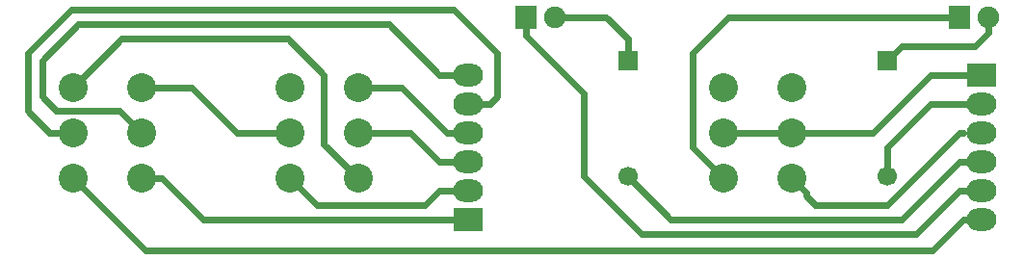
<source format=gbr>
G04 #@! TF.GenerationSoftware,KiCad,Pcbnew,(5.1.6-0-10_14)*
G04 #@! TF.CreationDate,2020-11-10T23:17:56+01:00*
G04 #@! TF.ProjectId,Switch Board,53776974-6368-4204-926f-6172642e6b69,1.0*
G04 #@! TF.SameCoordinates,Original*
G04 #@! TF.FileFunction,Copper,L2,Bot*
G04 #@! TF.FilePolarity,Positive*
%FSLAX46Y46*%
G04 Gerber Fmt 4.6, Leading zero omitted, Abs format (unit mm)*
G04 Created by KiCad (PCBNEW (5.1.6-0-10_14)) date 2020-11-10 23:17:56*
%MOMM*%
%LPD*%
G01*
G04 APERTURE LIST*
G04 #@! TA.AperFunction,ComponentPad*
%ADD10O,2.600000X2.000000*%
G04 #@! TD*
G04 #@! TA.AperFunction,ComponentPad*
%ADD11R,2.600000X2.000000*%
G04 #@! TD*
G04 #@! TA.AperFunction,ComponentPad*
%ADD12R,1.900000X2.000000*%
G04 #@! TD*
G04 #@! TA.AperFunction,ComponentPad*
%ADD13C,1.900000*%
G04 #@! TD*
G04 #@! TA.AperFunction,ComponentPad*
%ADD14C,1.699260*%
G04 #@! TD*
G04 #@! TA.AperFunction,ComponentPad*
%ADD15R,1.699260X1.699260*%
G04 #@! TD*
G04 #@! TA.AperFunction,ComponentPad*
%ADD16C,2.540000*%
G04 #@! TD*
G04 #@! TA.AperFunction,Conductor*
%ADD17C,0.609600*%
G04 #@! TD*
G04 APERTURE END LIST*
D10*
X180975000Y-123190000D03*
X180975000Y-120650000D03*
X180975000Y-118110000D03*
X180975000Y-115570000D03*
X180975000Y-113030000D03*
D11*
X180975000Y-110490000D03*
D10*
X135890000Y-110490000D03*
X135890000Y-113030000D03*
X135890000Y-115570000D03*
X135890000Y-118110000D03*
X135890000Y-120650000D03*
D11*
X135890000Y-123190000D03*
D12*
X179070000Y-105410000D03*
D13*
X181610000Y-105410000D03*
D12*
X140970000Y-105410000D03*
D13*
X143510000Y-105410000D03*
D14*
X172720000Y-119380000D03*
D15*
X172720000Y-109220000D03*
D14*
X149867620Y-119381560D03*
D15*
X149867620Y-109221560D03*
D16*
X107137200Y-115570000D03*
X107137200Y-111582200D03*
X107137200Y-119557800D03*
X101142800Y-115570000D03*
X101142800Y-111582200D03*
X101142800Y-119557800D03*
X126187200Y-115570000D03*
X126187200Y-111582200D03*
X126187200Y-119557800D03*
X120192800Y-115570000D03*
X120192800Y-111582200D03*
X120192800Y-119557800D03*
X164287200Y-115570000D03*
X164287200Y-111582200D03*
X164287200Y-119557800D03*
X158292800Y-115570000D03*
X158292800Y-111582200D03*
X158292800Y-119557800D03*
D17*
X172720000Y-116840000D02*
X176530000Y-113030000D01*
X176530000Y-113030000D02*
X180975000Y-113030000D01*
X172720000Y-119380000D02*
X172720000Y-116840000D01*
X173990000Y-107950000D02*
X180413502Y-107950000D01*
X180413502Y-107950000D02*
X181610000Y-106753502D01*
X181610000Y-106753502D02*
X181610000Y-105410000D01*
X172720000Y-109220000D02*
X173990000Y-107950000D01*
X179070000Y-105410000D02*
X158750000Y-105410000D01*
X158750000Y-105410000D02*
X155575000Y-108585000D01*
X155575000Y-108585000D02*
X155575000Y-116840000D01*
X155575000Y-116840000D02*
X158292800Y-119557800D01*
X179349400Y-118110000D02*
X180975000Y-118110000D01*
X173990000Y-123190000D02*
X179070000Y-118110000D01*
X149867620Y-119381560D02*
X153676060Y-123190000D01*
X179070000Y-118110000D02*
X179349400Y-118110000D01*
X153676060Y-123190000D02*
X173990000Y-123190000D01*
X147955000Y-105410000D02*
X149867620Y-107322620D01*
X149867620Y-107322620D02*
X149867620Y-109221560D01*
X143510000Y-105410000D02*
X147955000Y-105410000D01*
X146050000Y-119380000D02*
X151130000Y-124460000D01*
X140970000Y-105410000D02*
X140970000Y-107019600D01*
X140970000Y-107019600D02*
X146050000Y-112099600D01*
X146050000Y-112099600D02*
X146050000Y-119380000D01*
X151130000Y-124460000D02*
X175260000Y-124460000D01*
X175260000Y-124460000D02*
X179070000Y-120650000D01*
X179070000Y-120650000D02*
X180975000Y-120650000D01*
X171450000Y-115570000D02*
X176530000Y-110490000D01*
X176530000Y-110490000D02*
X180975000Y-110490000D01*
X164287200Y-115570000D02*
X171450000Y-115570000D01*
X158292800Y-115570000D02*
X164287200Y-115570000D01*
X180187600Y-115570000D02*
X180340000Y-115570000D01*
X172720000Y-121920000D02*
X179070000Y-115570000D01*
X179070000Y-115570000D02*
X179377990Y-115570000D01*
X166370000Y-121920000D02*
X172720000Y-121920000D01*
X165557199Y-121107199D02*
X166370000Y-121920000D01*
X164287200Y-119557800D02*
X165557199Y-120827799D01*
X165557199Y-120827799D02*
X165557199Y-121107199D01*
X179349400Y-123190000D02*
X180975000Y-123190000D01*
X101142800Y-119557800D02*
X107489609Y-125904609D01*
X176634791Y-125904609D02*
X179349400Y-123190000D01*
X107489609Y-125904609D02*
X176634791Y-125904609D01*
X107137200Y-119557800D02*
X108933251Y-119557800D01*
X108933251Y-119557800D02*
X112565451Y-123190000D01*
X112565451Y-123190000D02*
X134264400Y-123190000D01*
X134264400Y-123190000D02*
X135890000Y-123190000D01*
X120192800Y-119557800D02*
X122555000Y-121920000D01*
X122555000Y-121920000D02*
X132080000Y-121920000D01*
X132080000Y-121920000D02*
X133350000Y-120650000D01*
X133350000Y-120650000D02*
X135890000Y-120650000D01*
X130810000Y-115570000D02*
X133350000Y-118110000D01*
X133350000Y-118110000D02*
X135890000Y-118110000D01*
X126187200Y-115570000D02*
X130810000Y-115570000D01*
X129997200Y-111582200D02*
X133985000Y-115570000D01*
X133985000Y-115570000D02*
X135890000Y-115570000D01*
X126187200Y-111582200D02*
X129997200Y-111582200D01*
X101142800Y-115570000D02*
X99060000Y-115570000D01*
X99060000Y-115570000D02*
X97155000Y-113665000D01*
X97155000Y-113665000D02*
X97155000Y-108585000D01*
X97155000Y-108585000D02*
X100965000Y-104775000D01*
X100965000Y-104775000D02*
X134620000Y-104775000D01*
X134620000Y-104775000D02*
X138430000Y-108585000D01*
X137795000Y-113030000D02*
X135890000Y-113030000D01*
X138430000Y-108585000D02*
X138430000Y-112395000D01*
X138430000Y-112395000D02*
X137795000Y-113030000D01*
X135890000Y-110490000D02*
X133350000Y-110490000D01*
X133350000Y-110490000D02*
X128905000Y-106045000D01*
X101600000Y-106045000D02*
X98425000Y-109220000D01*
X105168700Y-113601500D02*
X105867201Y-114300001D01*
X128905000Y-106045000D02*
X101600000Y-106045000D01*
X105867201Y-114300001D02*
X107137200Y-115570000D01*
X98425000Y-109220000D02*
X98425000Y-112395000D01*
X99631500Y-113601500D02*
X105168700Y-113601500D01*
X98425000Y-112395000D02*
X99631500Y-113601500D01*
X101142800Y-111582200D02*
X105410000Y-107315000D01*
X105410000Y-107315000D02*
X120015000Y-107315000D01*
X120015000Y-107315000D02*
X123190000Y-110490000D01*
X123190000Y-110490000D02*
X123190000Y-116560600D01*
X123190000Y-116560600D02*
X126187200Y-119557800D01*
X111582200Y-111582200D02*
X115570000Y-115570000D01*
X115570000Y-115570000D02*
X120192800Y-115570000D01*
X107137200Y-111582200D02*
X111582200Y-111582200D01*
M02*

</source>
